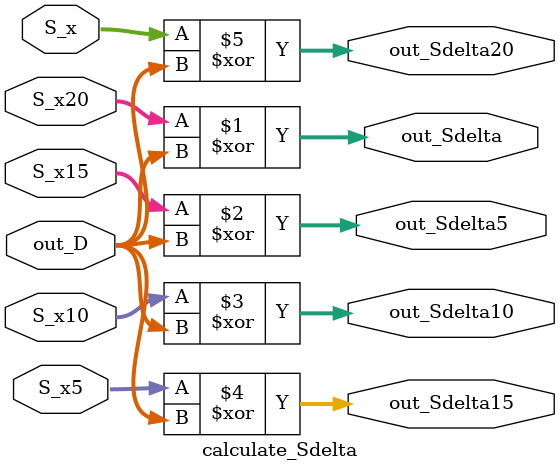
<source format=v>
module calculate_Sdelta(out_Sdelta, out_Sdelta5, out_Sdelta10, out_Sdelta15, out_Sdelta20, S_x,
			S_x5, S_x10, S_x15, S_x20, out_D);
output [63:0] out_Sdelta, out_Sdelta5, out_Sdelta10, out_Sdelta15, out_Sdelta20;
input [63:0] S_x, S_x5, S_x10, S_x15, S_x20, out_D;

assign out_Sdelta = S_x20 ^ out_D;
assign out_Sdelta5 = S_x15 ^ out_D;
assign out_Sdelta10 = S_x10 ^ out_D;
assign out_Sdelta15 = S_x5 ^ out_D;
assign out_Sdelta20 = S_x ^ out_D;

endmodule


</source>
